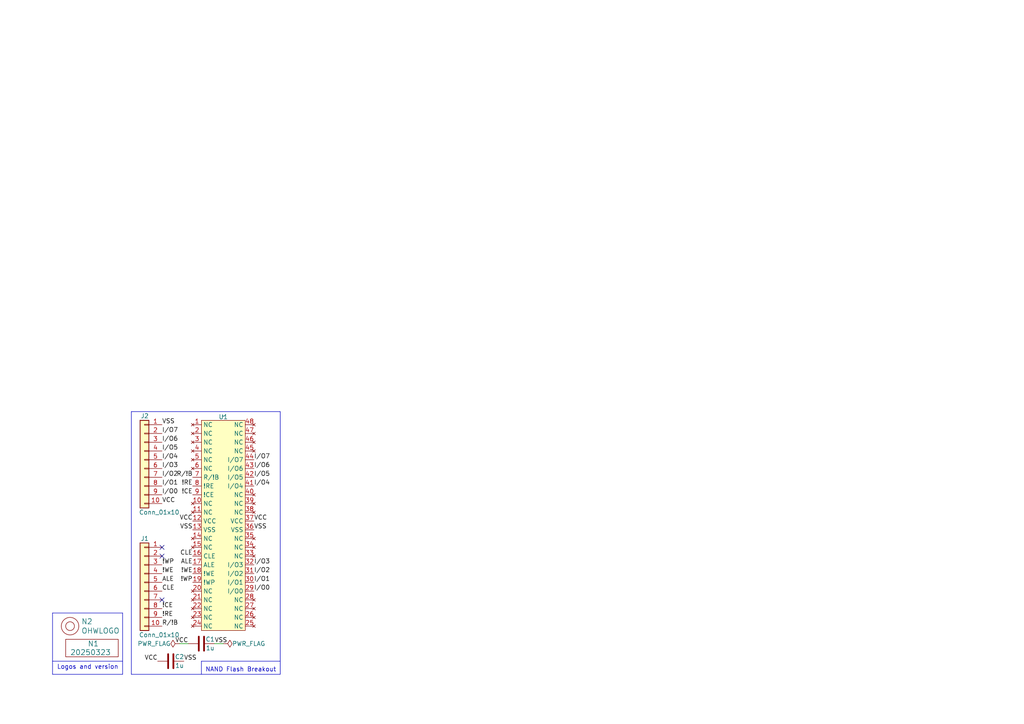
<source format=kicad_sch>
(kicad_sch (version 20231120) (generator "eeschema") (generator_version "8.0")
  (paper "A4")
  (lib_symbols
    (symbol "Connector_Generic:Conn_01x10" (pin_names (offset 1.016) hide)
      (property "Reference" "J" (at 0 12.7 0))
      (property "Value" "Conn_01x10" (at 0 -15.24 0))
      (symbol "Conn_01x10_1_1"
        (rectangle (start -1.27 -12.573) (end 0 -12.827) (stroke (width 0.1524)))
        (rectangle (start -1.27 -10.033) (end 0 -10.287) (stroke (width 0.1524)))
        (rectangle (start -1.27 -7.493) (end 0 -7.747) (stroke (width 0.1524)))
        (rectangle (start -1.27 -4.953) (end 0 -5.207) (stroke (width 0.1524)))
        (rectangle (start -1.27 -2.413) (end 0 -2.667) (stroke (width 0.1524)))
        (rectangle (start -1.27 0.127) (end 0 -0.127) (stroke (width 0.1524)))
        (rectangle (start -1.27 2.667) (end 0 2.413) (stroke (width 0.1524)))
        (rectangle (start -1.27 5.207) (end 0 4.953) (stroke (width 0.1524)))
        (rectangle (start -1.27 7.747) (end 0 7.493) (stroke (width 0.1524)))
        (rectangle (start -1.27 10.287) (end 0 10.033) (stroke (width 0.1524)))
        (rectangle (start -1.27 11.43) (end 1.27 -13.97) (stroke (width 0.254)) (fill (type background)))
        (pin passive line (at -5.08 10.16 0) (length 3.81) (name "Pin_1") (number "1"))
        (pin passive line (at -5.08 -12.7 0) (length 3.81) (name "Pin_10") (number "10"))
        (pin passive line (at -5.08 7.62 0) (length 3.81) (name "Pin_2") (number "2"))
        (pin passive line (at -5.08 5.08 0) (length 3.81) (name "Pin_3") (number "3"))
        (pin passive line (at -5.08 2.54 0) (length 3.81) (name "Pin_4") (number "4"))
        (pin passive line (at -5.08 0 0) (length 3.81) (name "Pin_5") (number "5"))
        (pin passive line (at -5.08 -2.54 0) (length 3.81) (name "Pin_6") (number "6"))
        (pin passive line (at -5.08 -5.08 0) (length 3.81) (name "Pin_7") (number "7"))
        (pin passive line (at -5.08 -7.62 0) (length 3.81) (name "Pin_8") (number "8"))
        (pin passive line (at -5.08 -10.16 0) (length 3.81) (name "Pin_9") (number "9"))
      )
    )
    (symbol "Device:C" (pin_numbers hide) (pin_names (offset 0.254))
      (property "Reference" "C" (at 0.635 2.54 0))
      (property "Value" "C" (at 0.635 -2.54 0))
      (symbol "C_0_1"
        (polyline (pts (xy -2.032 -0.762) (xy 2.032 -0.762)) (stroke (width 0.508)))
        (polyline (pts (xy -2.032 0.762) (xy 2.032 0.762)) (stroke (width 0.508)))
      )
      (symbol "C_1_1"
        (pin passive line (at 0 3.81 270) (length 2.794) (name "~") (number "1"))
        (pin passive line (at 0 -3.81 90) (length 2.794) (name "~") (number "2"))
      )
    )
    (symbol "SquantorGenericDigital:TSSOP48_NAND_8x"
      (property "Reference" "U" (at 0 31.496 0))
      (symbol "TSSOP48_NAND_8x_1_1"
        (rectangle (start -6.35 30.48) (end 6.35 -30.48) (fill (type background)))
        (pin no_connect line (at -8.89 29.21 0) (length 2.54) (name "NC") (number "1"))
        (pin no_connect line (at -8.89 6.35 0) (length 2.54) (name "NC") (number "10"))
        (pin no_connect line (at -8.89 3.81 0) (length 2.54) (name "NC") (number "11"))
        (pin power_in line (at -8.89 1.27 0) (length 2.54) (name "VCC") (number "12"))
        (pin power_in line (at -8.89 -1.27 0) (length 2.54) (name "VSS") (number "13"))
        (pin no_connect line (at -8.89 -3.81 0) (length 2.54) (name "NC") (number "14"))
        (pin no_connect line (at -8.89 -6.35 0) (length 2.54) (name "NC") (number "15"))
        (pin input line (at -8.89 -8.89 0) (length 2.54) (name "CLE") (number "16"))
        (pin input line (at -8.89 -11.43 0) (length 2.54) (name "ALE") (number "17"))
        (pin input line (at -8.89 -13.97 0) (length 2.54) (name "!WE") (number "18"))
        (pin input line (at -8.89 -16.51 0) (length 2.54) (name "!WP") (number "19"))
        (pin no_connect line (at -8.89 26.67 0) (length 2.54) (name "NC") (number "2"))
        (pin no_connect line (at -8.89 -19.05 0) (length 2.54) (name "NC") (number "20"))
        (pin no_connect line (at -8.89 -21.59 0) (length 2.54) (name "NC") (number "21"))
        (pin no_connect line (at -8.89 -24.13 0) (length 2.54) (name "NC") (number "22"))
        (pin no_connect line (at -8.89 -26.67 0) (length 2.54) (name "NC") (number "23"))
        (pin no_connect line (at -8.89 -29.21 0) (length 2.54) (name "NC") (number "24"))
        (pin no_connect line (at 8.89 -29.21 180) (length 2.54) (name "NC") (number "25"))
        (pin no_connect line (at 8.89 -26.67 180) (length 2.54) (name "NC") (number "26"))
        (pin no_connect line (at 8.89 -24.13 180) (length 2.54) (name "NC") (number "27"))
        (pin no_connect line (at 8.89 -21.59 180) (length 2.54) (name "NC") (number "28"))
        (pin bidirectional line (at 8.89 -19.05 180) (length 2.54) (name "I/O0") (number "29"))
        (pin no_connect line (at -8.89 24.13 0) (length 2.54) (name "NC") (number "3"))
        (pin bidirectional line (at 8.89 -16.51 180) (length 2.54) (name "I/O1") (number "30"))
        (pin bidirectional line (at 8.89 -13.97 180) (length 2.54) (name "I/O2") (number "31"))
        (pin bidirectional line (at 8.89 -11.43 180) (length 2.54) (name "I/O3") (number "32"))
        (pin no_connect line (at 8.89 -8.89 180) (length 2.54) (name "NC") (number "33"))
        (pin no_connect line (at 8.89 -6.35 180) (length 2.54) (name "NC") (number "34"))
        (pin no_connect line (at 8.89 -3.81 180) (length 2.54) (name "NC") (number "35"))
        (pin power_in line (at 8.89 -1.27 180) (length 2.54) (name "VSS") (number "36"))
        (pin power_in line (at 8.89 1.27 180) (length 2.54) (name "VCC") (number "37"))
        (pin no_connect line (at 8.89 3.81 180) (length 2.54) (name "NC") (number "38"))
        (pin no_connect line (at 8.89 6.35 180) (length 2.54) (name "NC") (number "39"))
        (pin no_connect line (at -8.89 21.59 0) (length 2.54) (name "NC") (number "4"))
        (pin no_connect line (at 8.89 8.89 180) (length 2.54) (name "NC") (number "40"))
        (pin bidirectional line (at 8.89 11.43 180) (length 2.54) (name "I/O4") (number "41"))
        (pin bidirectional line (at 8.89 13.97 180) (length 2.54) (name "I/O5") (number "42"))
        (pin bidirectional line (at 8.89 16.51 180) (length 2.54) (name "I/O6") (number "43"))
        (pin bidirectional line (at 8.89 19.05 180) (length 2.54) (name "I/O7") (number "44"))
        (pin no_connect line (at 8.89 21.59 180) (length 2.54) (name "NC") (number "45"))
        (pin no_connect line (at 8.89 24.13 180) (length 2.54) (name "NC") (number "46"))
        (pin no_connect line (at 8.89 26.67 180) (length 2.54) (name "NC") (number "47"))
        (pin no_connect line (at 8.89 29.21 180) (length 2.54) (name "NC") (number "48"))
        (pin no_connect line (at -8.89 19.05 0) (length 2.54) (name "NC") (number "5"))
        (pin no_connect line (at -8.89 16.51 0) (length 2.54) (name "NC") (number "6"))
        (pin output line (at -8.89 13.97 0) (length 2.54) (name "R/!B") (number "7"))
        (pin input line (at -8.89 11.43 0) (length 2.54) (name "!RE") (number "8"))
        (pin input line (at -8.89 8.89 0) (length 2.54) (name "!CE") (number "9"))
      )
    )
    (symbol "SquantorLabels:OHWLOGO" (pin_names (offset 1.016))
      (property "Reference" "N" (at 0 3.81 0))
      (property "Value" "OHWLOGO" (at 0 -3.81 0))
      (symbol "OHWLOGO_0_1"
        (circle (center 0 0) (radius 1.27))
        (circle (center 0 0) (radius 2.54))
      )
    )
    (symbol "SquantorLabels:VYYYYMMDD" (pin_names (offset 1.016))
      (property "Reference" "N" (at 0 2.54 0))
      (property "Value" "VYYYYMMDD" (at 0 0 0))
      (symbol "VYYYYMMDD_0_1"
        (rectangle (start 7.62 -1.27) (end -7.62 3.81))
      )
    )
    (symbol "power:PWR_FLAG" (power) (pin_numbers hide) (pin_names (offset 0) hide)
      (property "Value" "PWR_FLAG" (at 0 3.81 0))
      (symbol "PWR_FLAG_0_0"
        (pin power_out line (at 0 0 90) (length 0) (name "~") (number "1"))
      )
      (symbol "PWR_FLAG_0_1"
        (polyline (pts (xy 0 0) (xy 0 1.27) (xy -1.016 1.905) (xy 0 2.54) (xy 1.016 1.905) (xy 0 1.27)))
      )
    )
  )
  (no_connect (at 46.99 173.99))
  (no_connect (at 46.99 161.29))
  (no_connect (at 46.99 158.75))
  (wire (pts (xy 52.07 186.69) (xy 54.61 186.69)))
  (polyline (pts (xy 15.24 177.8) (xy 15.24 195.58)))
  (polyline (pts (xy 35.56 177.8) (xy 15.24 177.8)))
  (polyline (pts (xy 38.1 195.58) (xy 38.1 119.38)))
  (polyline (pts (xy 38.1 119.38) (xy 81.28 119.38)))
  (polyline (pts (xy 81.28 119.38) (xy 81.28 195.58)))
  (polyline (pts (xy 35.56 195.58) (xy 35.56 177.8)))
  (polyline (pts (xy 15.24 195.58) (xy 35.56 195.58)))
  (polyline (pts (xy 81.28 191.77) (xy 58.42 191.77)))
  (wire (pts (xy 62.23 186.69) (xy 64.77 186.69)))
  (polyline (pts (xy 15.24 191.77) (xy 35.56 191.77)))
  (polyline (pts (xy 58.42 191.77) (xy 58.42 195.58)))
  (polyline (pts (xy 81.28 195.58) (xy 38.1 195.58)))
  (text "NAND Flash Breakout" (at 69.85 194.31 0) (effects (font (size 1.27 1.27))))
  (text "Logos and version" (at 16.51 194.31 0) (effects (font (size 1.27 1.27)) (justify left bottom)))
  (label "ALE" (at 55.88 163.83 180))
  (label "ALE" (at 46.99 168.91 0))
  (label "I{slash}O7" (at 73.66 133.35 0))
  (label "I{slash}O5" (at 73.66 138.43 0))
  (label "VSS" (at 73.66 153.67 0))
  (label "I{slash}O4" (at 46.99 133.35 0))
  (label "!WE" (at 46.99 166.37 0))
  (label "VSS" (at 53.34 191.77 0))
  (label "R{slash}!B" (at 46.99 181.61 0))
  (label "I{slash}O0" (at 46.99 143.51 0))
  (label "I{slash}O1" (at 73.66 168.91 0))
  (label "CLE" (at 46.99 171.45 0))
  (label "I{slash}O6" (at 46.99 128.27 0))
  (label "VSS" (at 62.23 186.69 0))
  (label "!CE" (at 55.88 143.51 180))
  (label "!CE" (at 46.99 176.53 0))
  (label "VCC" (at 46.99 146.05 0))
  (label "R{slash}!B" (at 55.88 138.43 180))
  (label "VCC" (at 55.88 151.13 180))
  (label "VCC" (at 73.66 151.13 0))
  (label "I{slash}O0" (at 73.66 171.45 0))
  (label "!RE" (at 46.99 179.07 0))
  (label "!WE" (at 55.88 166.37 180))
  (label "I{slash}O2" (at 46.99 138.43 0))
  (label "I{slash}O4" (at 73.66 140.97 0))
  (label "VCC" (at 45.72 191.77 180))
  (label "I{slash}O2" (at 73.66 166.37 0))
  (label "!RE" (at 55.88 140.97 180))
  (label "!WP" (at 55.88 168.91 180))
  (label "VCC" (at 54.61 186.69 180))
  (label "!WP" (at 46.99 163.83 0))
  (label "I{slash}O3" (at 46.99 135.89 0))
  (label "I{slash}O5" (at 46.99 130.81 0))
  (label "VSS" (at 46.99 123.19 0))
  (label "VSS" (at 55.88 153.67 180))
  (label "I{slash}O7" (at 46.99 125.73 0))
  (label "I{slash}O1" (at 46.99 140.97 0))
  (label "I{slash}O3" (at 73.66 163.83 0))
  (label "CLE" (at 55.88 161.29 180))
  (label "I{slash}O6" (at 73.66 135.89 0))
  (symbol (lib_id "SquantorLabels:VYYYYMMDD") (at 26.67 189.23 0) (unit 1)
    (property "Reference" "N1" (at 25.4 186.69 0) (effects (font (size 1.524 1.524)) (justify left)))
    (property "Value" "20250323" (at 20.32 189.23 0) (effects (font (size 1.524 1.524)) (justify left)))
    (property "Footprint" "SquantorLabels:Label_Generic" (effects (hide yes)))
  )
  (symbol (lib_id "SquantorLabels:OHWLOGO") (at 20.32 181.61 0) (unit 1)
    (property "Reference" "N2" (at 23.5712 180.2638 0) (effects (font (size 1.524 1.524)) (justify left)))
    (property "Value" "OHWLOGO" (at 23.5712 182.9562 0) (effects (font (size 1.524 1.524)) (justify left)))
    (property "Footprint" "Symbol:OSHW-Symbol_6.7x6mm_SilkScreen" (effects (hide yes)))
  )
  (symbol (lib_id "Device:C") (at 49.53 191.77 90) (unit 1)
    (property "Reference" "C2" (at 52.07 190.5 90))
    (property "Value" "1u" (at 52.07 193.04 90))
    (property "Footprint" "SquantorCapacitor:C_0603" (effects (hide yes)))
    (property "Description" "Unpolarized capacitor" (effects (hide yes)))
  )
  (symbol (lib_id "SquantorGenericDigital:TSSOP48_NAND_8x") (at 64.77 152.4 0) (unit 1)
    (property "Reference" "U1" (at 64.77 120.904 0))
    (property "Value" "~" (at 64.77 120.65 0))
    (property "Footprint" "Package_SO:TSOP-I-48_18.4x12mm_P0.5mm" (effects (hide yes)))
  )
  (symbol (lib_id "Connector_Generic:Conn_01x10") (at 41.91 168.91 0) (mirror y) (unit 1)
    (property "Reference" "J1" (at 43.18 156.21 0) (effects (justify left)))
    (property "Value" "Conn_01x10" (at 52.07 184.15 0) (effects (justify left)))
    (property "Footprint" "SquantorConnectors:Header-0254-1X10-H010" (effects (hide yes)))
    (property "Description" "Generic connector, single row, 01x10, script generated (kicad-library-utils/schlib/autogen/connector/)" (effects (hide yes)))
  )
  (symbol (lib_id "power:PWR_FLAG") (at 64.77 186.69 270) (unit 1)
    (property "Reference" "#FLG2" (effects (hide yes)))
    (property "Value" "PWR_FLAG" (at 67.31 186.69 90) (effects (justify left)))
    (property "Description" "Special symbol for telling ERC where power comes from" (effects (hide yes)))
  )
  (symbol (lib_id "power:PWR_FLAG") (at 52.07 186.69 90) (unit 1)
    (property "Reference" "#FLG1" (effects (hide yes)))
    (property "Value" "PWR_FLAG" (at 49.53 186.69 90) (effects (justify left)))
    (property "Description" "Special symbol for telling ERC where power comes from" (effects (hide yes)))
  )
  (symbol (lib_id "Connector_Generic:Conn_01x10") (at 41.91 133.35 0) (mirror y) (unit 1)
    (property "Reference" "J2" (at 43.18 120.65 0) (effects (justify left)))
    (property "Value" "Conn_01x10" (at 52.07 148.59 0) (effects (justify left)))
    (property "Footprint" "SquantorConnectors:Header-0254-1X10-H010" (effects (hide yes)))
    (property "Description" "Generic connector, single row, 01x10, script generated (kicad-library-utils/schlib/autogen/connector/)" (effects (hide yes)))
  )
  (symbol (lib_id "Device:C") (at 58.42 186.69 90) (unit 1)
    (property "Reference" "C1" (at 60.96 185.42 90))
    (property "Value" "1u" (at 60.96 187.96 90))
    (property "Footprint" "SquantorCapacitor:C_0603" (effects (hide yes)))
    (property "Description" "Unpolarized capacitor" (effects (hide yes)))
  )
)
</source>
